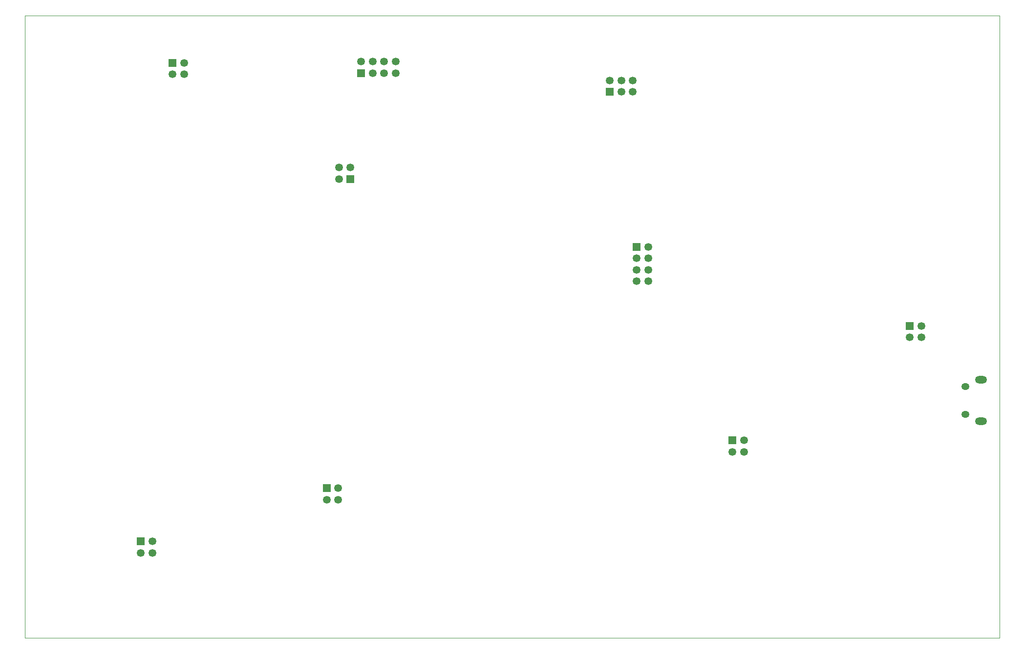
<source format=gbr>
%TF.GenerationSoftware,KiCad,Pcbnew,4.0.2+dfsg1-stable*%
%TF.CreationDate,2018-10-18T10:35:51+03:00*%
%TF.ProjectId,xmobile,786D6F62696C652E6B696361645F7063,rev?*%
%TF.FileFunction,Soldermask,Bot*%
%FSLAX46Y46*%
G04 Gerber Fmt 4.6, Leading zero omitted, Abs format (unit mm)*
G04 Created by KiCad (PCBNEW 4.0.2+dfsg1-stable) date Чт 18 окт 2018 10:35:51*
%MOMM*%
G01*
G04 APERTURE LIST*
%ADD10C,0.150000*%
%ADD11C,0.100000*%
%ADD12R,1.350000X1.350000*%
%ADD13C,1.350000*%
%ADD14O,2.100000X1.300000*%
%ADD15O,1.400000X1.200000*%
G04 APERTURE END LIST*
D10*
D11*
X184150000Y-121920000D02*
X15240000Y-121920000D01*
X184150000Y-13970000D02*
X184150000Y-121920000D01*
X182880000Y-13970000D02*
X184150000Y-13970000D01*
X15240000Y-13970000D02*
X182880000Y-13970000D01*
X15240000Y-121920000D02*
X15240000Y-13970000D01*
D12*
X116625000Y-27150000D03*
D13*
X118625000Y-27150000D03*
X120625000Y-27150000D03*
X116625000Y-25150000D03*
X118625000Y-25150000D03*
X120625000Y-25150000D03*
D14*
X181012000Y-84269000D03*
X181012000Y-77119000D03*
D15*
X178262000Y-83119000D03*
X178262000Y-78269000D03*
D12*
X73525000Y-23925000D03*
D13*
X75525000Y-23925000D03*
X77525000Y-23925000D03*
X79525000Y-23925000D03*
X73525000Y-21925000D03*
X75525000Y-21925000D03*
X77525000Y-21925000D03*
X79525000Y-21925000D03*
D12*
X71700000Y-42250000D03*
D13*
X71700000Y-40250000D03*
X69700000Y-42250000D03*
X69700000Y-40250000D03*
D12*
X121300000Y-54025000D03*
D13*
X121300000Y-56025000D03*
X121300000Y-58025000D03*
X121300000Y-60025000D03*
X123300000Y-54025000D03*
X123300000Y-56025000D03*
X123300000Y-58025000D03*
X123300000Y-60025000D03*
D12*
X67575000Y-95925000D03*
D13*
X67575000Y-97925000D03*
X69575000Y-95925000D03*
X69575000Y-97925000D03*
D12*
X35375000Y-105125000D03*
D13*
X35375000Y-107125000D03*
X37375000Y-105125000D03*
X37375000Y-107125000D03*
D12*
X137875000Y-87600000D03*
D13*
X137875000Y-89600000D03*
X139875000Y-87600000D03*
X139875000Y-89600000D03*
D12*
X168640000Y-67735000D03*
D13*
X168640000Y-69735000D03*
X170640000Y-67735000D03*
X170640000Y-69735000D03*
D12*
X40850000Y-22100000D03*
D13*
X40850000Y-24100000D03*
X42850000Y-22100000D03*
X42850000Y-24100000D03*
M02*

</source>
